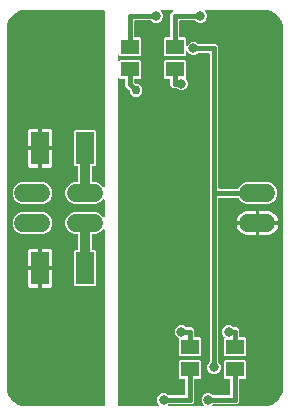
<source format=gbr>
G04 EAGLE Gerber X2 export*
%TF.Part,Single*%
%TF.FileFunction,Copper,L2,Bot,Mixed*%
%TF.FilePolarity,Positive*%
%TF.GenerationSoftware,Autodesk,EAGLE,9.0.0*%
%TF.CreationDate,2018-04-26T05:51:29Z*%
G75*
%MOMM*%
%FSLAX34Y34*%
%LPD*%
%AMOC8*
5,1,8,0,0,1.08239X$1,22.5*%
G01*
%ADD10R,1.500000X1.300000*%
%ADD11R,1.600000X2.800000*%
%ADD12C,1.524000*%
%ADD13C,0.806400*%
%ADD14C,0.450000*%
%ADD15C,0.812800*%
%ADD16C,0.756400*%

G36*
X148189Y19697D02*
X148189Y19697D01*
X148260Y19699D01*
X148309Y19717D01*
X148361Y19725D01*
X148424Y19759D01*
X148491Y19784D01*
X148532Y19816D01*
X148578Y19841D01*
X148628Y19893D01*
X148684Y19937D01*
X148712Y19981D01*
X148748Y20019D01*
X148778Y20084D01*
X148817Y20144D01*
X148829Y20195D01*
X148851Y20242D01*
X148859Y20313D01*
X148877Y20383D01*
X148873Y20435D01*
X148878Y20486D01*
X148863Y20557D01*
X148857Y20628D01*
X148837Y20676D01*
X148826Y20727D01*
X148789Y20788D01*
X148761Y20854D01*
X148716Y20910D01*
X148700Y20938D01*
X148682Y20953D01*
X148656Y20985D01*
X147789Y21852D01*
X146943Y23895D01*
X146943Y26105D01*
X147789Y28148D01*
X149352Y29711D01*
X151395Y30557D01*
X153605Y30557D01*
X155648Y29711D01*
X156361Y28998D01*
X156435Y28945D01*
X156504Y28885D01*
X156534Y28873D01*
X156560Y28854D01*
X156647Y28827D01*
X156732Y28793D01*
X156773Y28789D01*
X156796Y28782D01*
X156828Y28783D01*
X156899Y28775D01*
X170089Y28775D01*
X170109Y28778D01*
X170128Y28776D01*
X170230Y28798D01*
X170332Y28814D01*
X170349Y28824D01*
X170369Y28828D01*
X170458Y28881D01*
X170549Y28930D01*
X170563Y28944D01*
X170580Y28954D01*
X170647Y29033D01*
X170719Y29108D01*
X170727Y29126D01*
X170740Y29141D01*
X170779Y29237D01*
X170822Y29331D01*
X170824Y29351D01*
X170832Y29369D01*
X170850Y29536D01*
X170850Y42039D01*
X170847Y42059D01*
X170849Y42078D01*
X170827Y42180D01*
X170811Y42282D01*
X170801Y42299D01*
X170797Y42319D01*
X170744Y42408D01*
X170695Y42499D01*
X170681Y42513D01*
X170671Y42530D01*
X170592Y42597D01*
X170517Y42669D01*
X170499Y42677D01*
X170484Y42690D01*
X170388Y42729D01*
X170294Y42772D01*
X170274Y42774D01*
X170256Y42782D01*
X170089Y42800D01*
X166493Y42800D01*
X165600Y43693D01*
X165600Y57957D01*
X166493Y58850D01*
X182757Y58850D01*
X183650Y57957D01*
X183650Y43693D01*
X182757Y42800D01*
X179161Y42800D01*
X179141Y42797D01*
X179122Y42799D01*
X179020Y42777D01*
X178918Y42761D01*
X178901Y42751D01*
X178881Y42747D01*
X178792Y42694D01*
X178701Y42645D01*
X178687Y42631D01*
X178670Y42621D01*
X178603Y42542D01*
X178531Y42467D01*
X178523Y42449D01*
X178510Y42434D01*
X178471Y42338D01*
X178428Y42244D01*
X178426Y42224D01*
X178418Y42206D01*
X178400Y42039D01*
X178400Y23436D01*
X176189Y21225D01*
X156899Y21225D01*
X156809Y21211D01*
X156719Y21204D01*
X156689Y21191D01*
X156656Y21186D01*
X156576Y21143D01*
X156492Y21107D01*
X156460Y21081D01*
X156439Y21070D01*
X156424Y21054D01*
X156422Y21053D01*
X156413Y21044D01*
X156361Y21003D01*
X156344Y20986D01*
X156302Y20927D01*
X156252Y20875D01*
X156231Y20828D01*
X156200Y20786D01*
X156179Y20717D01*
X156149Y20652D01*
X156143Y20601D01*
X156128Y20551D01*
X156130Y20479D01*
X156122Y20408D01*
X156133Y20357D01*
X156134Y20305D01*
X156159Y20238D01*
X156174Y20167D01*
X156201Y20123D01*
X156218Y20074D01*
X156263Y20018D01*
X156300Y19956D01*
X156339Y19922D01*
X156372Y19882D01*
X156432Y19843D01*
X156487Y19796D01*
X156535Y19777D01*
X156579Y19749D01*
X156648Y19731D01*
X156715Y19704D01*
X156786Y19696D01*
X156817Y19689D01*
X156841Y19690D01*
X156882Y19686D01*
X185618Y19686D01*
X185689Y19697D01*
X185760Y19699D01*
X185809Y19717D01*
X185861Y19725D01*
X185924Y19759D01*
X185991Y19784D01*
X186032Y19816D01*
X186078Y19841D01*
X186128Y19893D01*
X186184Y19937D01*
X186212Y19981D01*
X186248Y20019D01*
X186278Y20084D01*
X186317Y20144D01*
X186329Y20195D01*
X186351Y20242D01*
X186359Y20313D01*
X186377Y20383D01*
X186373Y20435D01*
X186378Y20486D01*
X186363Y20557D01*
X186357Y20628D01*
X186337Y20676D01*
X186326Y20727D01*
X186289Y20788D01*
X186261Y20854D01*
X186216Y20910D01*
X186200Y20938D01*
X186182Y20953D01*
X186156Y20985D01*
X185289Y21852D01*
X184443Y23895D01*
X184443Y26105D01*
X185289Y28148D01*
X186852Y29711D01*
X188895Y30557D01*
X191105Y30557D01*
X193148Y29711D01*
X193861Y28998D01*
X193935Y28945D01*
X194004Y28885D01*
X194034Y28873D01*
X194060Y28854D01*
X194147Y28827D01*
X194232Y28793D01*
X194273Y28789D01*
X194296Y28782D01*
X194328Y28783D01*
X194399Y28775D01*
X208189Y28775D01*
X208209Y28778D01*
X208228Y28776D01*
X208330Y28798D01*
X208432Y28814D01*
X208449Y28824D01*
X208469Y28828D01*
X208558Y28881D01*
X208649Y28930D01*
X208663Y28944D01*
X208680Y28954D01*
X208747Y29033D01*
X208819Y29108D01*
X208827Y29126D01*
X208840Y29141D01*
X208879Y29237D01*
X208922Y29331D01*
X208924Y29351D01*
X208932Y29369D01*
X208950Y29536D01*
X208950Y42039D01*
X208947Y42059D01*
X208949Y42078D01*
X208927Y42180D01*
X208911Y42282D01*
X208901Y42299D01*
X208897Y42319D01*
X208844Y42408D01*
X208795Y42499D01*
X208781Y42513D01*
X208771Y42530D01*
X208692Y42597D01*
X208617Y42669D01*
X208599Y42677D01*
X208584Y42690D01*
X208488Y42729D01*
X208394Y42772D01*
X208374Y42774D01*
X208356Y42782D01*
X208189Y42800D01*
X204593Y42800D01*
X203700Y43693D01*
X203700Y57957D01*
X204593Y58850D01*
X220857Y58850D01*
X221750Y57957D01*
X221750Y43693D01*
X220857Y42800D01*
X217261Y42800D01*
X217241Y42797D01*
X217222Y42799D01*
X217120Y42777D01*
X217018Y42761D01*
X217001Y42751D01*
X216981Y42747D01*
X216892Y42694D01*
X216801Y42645D01*
X216787Y42631D01*
X216770Y42621D01*
X216703Y42542D01*
X216631Y42467D01*
X216623Y42449D01*
X216610Y42434D01*
X216571Y42338D01*
X216528Y42244D01*
X216526Y42224D01*
X216518Y42206D01*
X216500Y42039D01*
X216500Y23436D01*
X214289Y21225D01*
X194399Y21225D01*
X194309Y21211D01*
X194219Y21204D01*
X194189Y21191D01*
X194156Y21186D01*
X194076Y21143D01*
X193992Y21107D01*
X193960Y21081D01*
X193939Y21070D01*
X193924Y21054D01*
X193922Y21053D01*
X193913Y21044D01*
X193861Y21003D01*
X193844Y20986D01*
X193802Y20927D01*
X193752Y20875D01*
X193731Y20828D01*
X193700Y20786D01*
X193679Y20717D01*
X193649Y20652D01*
X193643Y20601D01*
X193628Y20551D01*
X193630Y20479D01*
X193622Y20408D01*
X193633Y20357D01*
X193634Y20305D01*
X193659Y20238D01*
X193674Y20167D01*
X193701Y20123D01*
X193718Y20074D01*
X193763Y20018D01*
X193800Y19956D01*
X193839Y19922D01*
X193872Y19882D01*
X193932Y19843D01*
X193987Y19796D01*
X194035Y19777D01*
X194079Y19749D01*
X194148Y19731D01*
X194215Y19704D01*
X194286Y19696D01*
X194317Y19689D01*
X194341Y19690D01*
X194382Y19686D01*
X238125Y19686D01*
X238143Y19689D01*
X238175Y19687D01*
X240065Y19811D01*
X240088Y19817D01*
X240212Y19836D01*
X243863Y20814D01*
X243877Y20820D01*
X243892Y20822D01*
X244046Y20890D01*
X247319Y22780D01*
X247331Y22790D01*
X247346Y22796D01*
X247477Y22901D01*
X250149Y25573D01*
X250159Y25586D01*
X250171Y25596D01*
X250270Y25731D01*
X252160Y29004D01*
X252166Y29019D01*
X252175Y29031D01*
X252228Y29167D01*
X252234Y29180D01*
X252234Y29183D01*
X252236Y29187D01*
X253214Y32838D01*
X253217Y32862D01*
X253239Y32985D01*
X253363Y34875D01*
X253361Y34894D01*
X253364Y34925D01*
X253364Y339725D01*
X253361Y339743D01*
X253363Y339775D01*
X253239Y341665D01*
X253233Y341688D01*
X253214Y341812D01*
X252236Y345463D01*
X252230Y345477D01*
X252228Y345492D01*
X252160Y345646D01*
X250270Y348919D01*
X250260Y348931D01*
X250254Y348946D01*
X250198Y349016D01*
X250186Y349037D01*
X250173Y349048D01*
X250149Y349077D01*
X247477Y351749D01*
X247464Y351759D01*
X247454Y351771D01*
X247319Y351870D01*
X244046Y353760D01*
X244031Y353766D01*
X244019Y353775D01*
X243863Y353836D01*
X240212Y354814D01*
X240188Y354817D01*
X240065Y354839D01*
X238175Y354963D01*
X238156Y354961D01*
X238125Y354964D01*
X188232Y354964D01*
X188161Y354953D01*
X188090Y354951D01*
X188041Y354933D01*
X187989Y354925D01*
X187926Y354891D01*
X187858Y354866D01*
X187818Y354834D01*
X187772Y354809D01*
X187723Y354758D01*
X187666Y354713D01*
X187638Y354669D01*
X187602Y354631D01*
X187572Y354566D01*
X187533Y354506D01*
X187521Y354455D01*
X187499Y354408D01*
X187491Y354337D01*
X187473Y354267D01*
X187477Y354215D01*
X187472Y354164D01*
X187487Y354093D01*
X187493Y354022D01*
X187513Y353974D01*
X187524Y353923D01*
X187561Y353862D01*
X187589Y353796D01*
X187634Y353740D01*
X187650Y353712D01*
X187668Y353697D01*
X187694Y353665D01*
X188211Y353148D01*
X189057Y351105D01*
X189057Y348895D01*
X188211Y346852D01*
X186648Y345289D01*
X184605Y344443D01*
X182395Y344443D01*
X180352Y345289D01*
X179639Y346002D01*
X179565Y346055D01*
X179496Y346115D01*
X179466Y346127D01*
X179440Y346146D01*
X179353Y346173D01*
X179268Y346207D01*
X179227Y346211D01*
X179204Y346218D01*
X179172Y346217D01*
X179101Y346225D01*
X166461Y346225D01*
X166441Y346222D01*
X166422Y346224D01*
X166320Y346202D01*
X166218Y346186D01*
X166201Y346176D01*
X166181Y346172D01*
X166092Y346119D01*
X166001Y346070D01*
X165987Y346056D01*
X165970Y346046D01*
X165903Y345967D01*
X165831Y345892D01*
X165823Y345874D01*
X165810Y345859D01*
X165771Y345763D01*
X165728Y345669D01*
X165726Y345649D01*
X165718Y345631D01*
X165700Y345464D01*
X165700Y332611D01*
X165703Y332591D01*
X165701Y332572D01*
X165723Y332470D01*
X165739Y332368D01*
X165749Y332351D01*
X165753Y332331D01*
X165806Y332242D01*
X165855Y332151D01*
X165869Y332137D01*
X165879Y332120D01*
X165958Y332053D01*
X166033Y331981D01*
X166051Y331973D01*
X166066Y331960D01*
X166162Y331921D01*
X166256Y331878D01*
X166276Y331876D01*
X166294Y331868D01*
X166461Y331850D01*
X170057Y331850D01*
X170950Y330957D01*
X170950Y325034D01*
X170965Y324938D01*
X170975Y324841D01*
X170985Y324817D01*
X170989Y324791D01*
X171035Y324705D01*
X171075Y324616D01*
X171092Y324597D01*
X171105Y324574D01*
X171175Y324507D01*
X171241Y324435D01*
X171264Y324422D01*
X171283Y324404D01*
X171371Y324363D01*
X171457Y324316D01*
X171482Y324312D01*
X171506Y324301D01*
X171603Y324290D01*
X171699Y324273D01*
X171725Y324276D01*
X171750Y324274D01*
X171845Y324294D01*
X171942Y324308D01*
X171965Y324320D01*
X171991Y324326D01*
X172075Y324376D01*
X172161Y324420D01*
X172179Y324439D01*
X172202Y324452D01*
X172265Y324526D01*
X172333Y324595D01*
X172349Y324624D01*
X172362Y324639D01*
X172374Y324670D01*
X172414Y324742D01*
X172789Y325648D01*
X174352Y327211D01*
X176395Y328057D01*
X178605Y328057D01*
X180648Y327211D01*
X181361Y326498D01*
X181435Y326445D01*
X181504Y326385D01*
X181534Y326373D01*
X181560Y326354D01*
X181647Y326327D01*
X181732Y326293D01*
X181773Y326289D01*
X181796Y326282D01*
X181828Y326283D01*
X181899Y326275D01*
X196564Y326275D01*
X198775Y324064D01*
X198775Y204561D01*
X198778Y204541D01*
X198776Y204522D01*
X198798Y204420D01*
X198814Y204318D01*
X198824Y204301D01*
X198828Y204281D01*
X198881Y204192D01*
X198930Y204101D01*
X198944Y204087D01*
X198954Y204070D01*
X199033Y204003D01*
X199108Y203931D01*
X199126Y203923D01*
X199141Y203910D01*
X199237Y203871D01*
X199331Y203828D01*
X199351Y203826D01*
X199369Y203818D01*
X199536Y203800D01*
X215312Y203800D01*
X215426Y203819D01*
X215543Y203836D01*
X215548Y203838D01*
X215554Y203839D01*
X215657Y203894D01*
X215762Y203947D01*
X215766Y203952D01*
X215772Y203955D01*
X215852Y204039D01*
X215934Y204123D01*
X215938Y204129D01*
X215941Y204133D01*
X215949Y204150D01*
X216015Y204270D01*
X216402Y205205D01*
X218975Y207778D01*
X222336Y209170D01*
X241214Y209170D01*
X244575Y207778D01*
X247148Y205205D01*
X248540Y201844D01*
X248540Y198206D01*
X247148Y194845D01*
X244575Y192272D01*
X241214Y190880D01*
X222336Y190880D01*
X218975Y192272D01*
X216402Y194845D01*
X216015Y195780D01*
X215953Y195880D01*
X215893Y195980D01*
X215889Y195984D01*
X215885Y195989D01*
X215795Y196064D01*
X215707Y196140D01*
X215701Y196142D01*
X215696Y196146D01*
X215588Y196188D01*
X215478Y196232D01*
X215471Y196233D01*
X215466Y196234D01*
X215448Y196235D01*
X215312Y196250D01*
X199536Y196250D01*
X199516Y196247D01*
X199497Y196249D01*
X199395Y196227D01*
X199293Y196211D01*
X199276Y196201D01*
X199256Y196197D01*
X199167Y196144D01*
X199076Y196095D01*
X199062Y196081D01*
X199045Y196071D01*
X198978Y195992D01*
X198906Y195917D01*
X198898Y195899D01*
X198885Y195884D01*
X198846Y195788D01*
X198803Y195694D01*
X198801Y195674D01*
X198793Y195656D01*
X198775Y195489D01*
X198775Y56899D01*
X198789Y56809D01*
X198797Y56718D01*
X198809Y56688D01*
X198814Y56656D01*
X198857Y56576D01*
X198893Y56492D01*
X198919Y56460D01*
X198930Y56439D01*
X198953Y56417D01*
X198998Y56361D01*
X199711Y55648D01*
X200557Y53605D01*
X200557Y51395D01*
X199711Y49352D01*
X198148Y47789D01*
X196105Y46943D01*
X193895Y46943D01*
X191852Y47789D01*
X190289Y49352D01*
X189443Y51395D01*
X189443Y53605D01*
X190289Y55648D01*
X191002Y56361D01*
X191055Y56435D01*
X191115Y56504D01*
X191127Y56534D01*
X191146Y56560D01*
X191173Y56647D01*
X191207Y56732D01*
X191211Y56773D01*
X191218Y56796D01*
X191217Y56828D01*
X191225Y56899D01*
X191225Y317964D01*
X191222Y317984D01*
X191224Y318003D01*
X191202Y318105D01*
X191186Y318207D01*
X191176Y318224D01*
X191172Y318244D01*
X191119Y318333D01*
X191070Y318424D01*
X191056Y318438D01*
X191046Y318455D01*
X190967Y318522D01*
X190892Y318594D01*
X190874Y318602D01*
X190859Y318615D01*
X190763Y318654D01*
X190669Y318697D01*
X190649Y318699D01*
X190631Y318707D01*
X190464Y318725D01*
X181899Y318725D01*
X181809Y318711D01*
X181718Y318703D01*
X181688Y318691D01*
X181656Y318686D01*
X181576Y318643D01*
X181492Y318607D01*
X181460Y318581D01*
X181439Y318570D01*
X181417Y318547D01*
X181361Y318502D01*
X180648Y317789D01*
X178605Y316943D01*
X176395Y316943D01*
X174352Y317789D01*
X172789Y319352D01*
X172414Y320258D01*
X172363Y320341D01*
X172317Y320426D01*
X172298Y320444D01*
X172285Y320467D01*
X172210Y320529D01*
X172139Y320596D01*
X172115Y320607D01*
X172095Y320623D01*
X172004Y320658D01*
X171916Y320699D01*
X171890Y320702D01*
X171866Y320712D01*
X171768Y320716D01*
X171672Y320726D01*
X171646Y320721D01*
X171620Y320722D01*
X171526Y320695D01*
X171431Y320674D01*
X171409Y320661D01*
X171384Y320654D01*
X171304Y320598D01*
X171220Y320548D01*
X171203Y320528D01*
X171182Y320513D01*
X171123Y320435D01*
X171060Y320361D01*
X171050Y320337D01*
X171035Y320316D01*
X171005Y320223D01*
X170968Y320133D01*
X170965Y320101D01*
X170959Y320082D01*
X170959Y320049D01*
X170950Y319966D01*
X170950Y316693D01*
X170057Y315800D01*
X153793Y315800D01*
X152900Y316693D01*
X152900Y330957D01*
X153793Y331850D01*
X157389Y331850D01*
X157409Y331853D01*
X157428Y331851D01*
X157530Y331873D01*
X157632Y331889D01*
X157649Y331899D01*
X157669Y331903D01*
X157758Y331956D01*
X157849Y332005D01*
X157863Y332019D01*
X157880Y332029D01*
X157947Y332108D01*
X158019Y332183D01*
X158027Y332201D01*
X158040Y332216D01*
X158079Y332312D01*
X158122Y332406D01*
X158124Y332426D01*
X158132Y332444D01*
X158150Y332611D01*
X158150Y351564D01*
X160251Y353665D01*
X160293Y353723D01*
X160343Y353775D01*
X160365Y353822D01*
X160395Y353864D01*
X160416Y353933D01*
X160446Y353998D01*
X160452Y354050D01*
X160467Y354100D01*
X160465Y354171D01*
X160473Y354242D01*
X160462Y354293D01*
X160461Y354345D01*
X160436Y354413D01*
X160421Y354483D01*
X160394Y354528D01*
X160377Y354576D01*
X160332Y354632D01*
X160295Y354694D01*
X160255Y354728D01*
X160223Y354768D01*
X160163Y354807D01*
X160108Y354854D01*
X160060Y354873D01*
X160016Y354901D01*
X159946Y354919D01*
X159880Y354946D01*
X159809Y354954D01*
X159777Y354962D01*
X159754Y354960D01*
X159713Y354964D01*
X150732Y354964D01*
X150661Y354953D01*
X150590Y354951D01*
X150541Y354933D01*
X150489Y354925D01*
X150426Y354891D01*
X150358Y354866D01*
X150318Y354834D01*
X150272Y354809D01*
X150223Y354758D01*
X150166Y354713D01*
X150138Y354669D01*
X150102Y354631D01*
X150072Y354566D01*
X150033Y354506D01*
X150021Y354455D01*
X149999Y354408D01*
X149991Y354337D01*
X149973Y354267D01*
X149977Y354215D01*
X149972Y354164D01*
X149987Y354093D01*
X149993Y354022D01*
X150013Y353974D01*
X150024Y353923D01*
X150061Y353862D01*
X150089Y353796D01*
X150134Y353740D01*
X150150Y353712D01*
X150168Y353697D01*
X150194Y353665D01*
X150711Y353148D01*
X151557Y351105D01*
X151557Y348895D01*
X150711Y346852D01*
X149148Y345289D01*
X147105Y344443D01*
X144895Y344443D01*
X142852Y345289D01*
X142139Y346002D01*
X142065Y346055D01*
X141996Y346115D01*
X141966Y346127D01*
X141940Y346146D01*
X141853Y346173D01*
X141768Y346207D01*
X141727Y346211D01*
X141704Y346218D01*
X141672Y346217D01*
X141601Y346225D01*
X128361Y346225D01*
X128341Y346222D01*
X128322Y346224D01*
X128220Y346202D01*
X128118Y346186D01*
X128101Y346176D01*
X128081Y346172D01*
X127992Y346119D01*
X127901Y346070D01*
X127887Y346056D01*
X127870Y346046D01*
X127803Y345967D01*
X127731Y345892D01*
X127723Y345874D01*
X127710Y345859D01*
X127671Y345763D01*
X127628Y345669D01*
X127626Y345649D01*
X127618Y345631D01*
X127600Y345464D01*
X127600Y332611D01*
X127603Y332591D01*
X127601Y332572D01*
X127623Y332470D01*
X127639Y332368D01*
X127649Y332351D01*
X127653Y332331D01*
X127706Y332242D01*
X127755Y332151D01*
X127769Y332137D01*
X127779Y332120D01*
X127858Y332053D01*
X127933Y331981D01*
X127951Y331973D01*
X127966Y331960D01*
X128062Y331921D01*
X128156Y331878D01*
X128176Y331876D01*
X128194Y331868D01*
X128361Y331850D01*
X131957Y331850D01*
X132850Y330957D01*
X132850Y316693D01*
X131957Y315800D01*
X115693Y315800D01*
X114838Y316655D01*
X114780Y316697D01*
X114728Y316747D01*
X114681Y316769D01*
X114639Y316799D01*
X114570Y316820D01*
X114505Y316850D01*
X114453Y316856D01*
X114403Y316871D01*
X114332Y316869D01*
X114261Y316877D01*
X114210Y316866D01*
X114158Y316865D01*
X114090Y316840D01*
X114020Y316825D01*
X113976Y316798D01*
X113927Y316781D01*
X113871Y316736D01*
X113809Y316699D01*
X113775Y316659D01*
X113735Y316627D01*
X113696Y316567D01*
X113649Y316512D01*
X113630Y316464D01*
X113602Y316420D01*
X113584Y316350D01*
X113557Y316284D01*
X113549Y316213D01*
X113541Y316181D01*
X113543Y316158D01*
X113539Y316117D01*
X113539Y312533D01*
X113550Y312462D01*
X113552Y312390D01*
X113570Y312341D01*
X113579Y312290D01*
X113612Y312227D01*
X113637Y312159D01*
X113669Y312119D01*
X113694Y312073D01*
X113746Y312023D01*
X113790Y311967D01*
X113834Y311939D01*
X113872Y311903D01*
X113937Y311873D01*
X113997Y311834D01*
X114048Y311822D01*
X114095Y311800D01*
X114166Y311792D01*
X114236Y311774D01*
X114288Y311778D01*
X114339Y311773D01*
X114410Y311788D01*
X114481Y311793D01*
X114529Y311814D01*
X114580Y311825D01*
X114641Y311862D01*
X114707Y311890D01*
X114763Y311935D01*
X114791Y311951D01*
X114806Y311969D01*
X114838Y311995D01*
X115693Y312850D01*
X131957Y312850D01*
X132850Y311957D01*
X132850Y297693D01*
X131957Y296800D01*
X128361Y296800D01*
X128341Y296797D01*
X128322Y296799D01*
X128220Y296777D01*
X128118Y296761D01*
X128101Y296751D01*
X128081Y296747D01*
X127992Y296694D01*
X127901Y296645D01*
X127887Y296631D01*
X127870Y296621D01*
X127803Y296542D01*
X127731Y296467D01*
X127723Y296449D01*
X127710Y296434D01*
X127671Y296338D01*
X127628Y296244D01*
X127626Y296224D01*
X127618Y296206D01*
X127600Y296039D01*
X127600Y294054D01*
X127614Y293964D01*
X127622Y293873D01*
X127634Y293843D01*
X127639Y293811D01*
X127682Y293730D01*
X127718Y293647D01*
X127744Y293614D01*
X127755Y293594D01*
X127778Y293572D01*
X127823Y293516D01*
X128809Y292530D01*
X128883Y292477D01*
X128952Y292417D01*
X128982Y292405D01*
X129008Y292386D01*
X129095Y292359D01*
X129180Y292325D01*
X129221Y292321D01*
X129243Y292314D01*
X129276Y292315D01*
X129347Y292307D01*
X131198Y292307D01*
X134307Y289198D01*
X134307Y284802D01*
X131198Y281693D01*
X126802Y281693D01*
X123693Y284802D01*
X123693Y286653D01*
X123679Y286743D01*
X123671Y286834D01*
X123659Y286864D01*
X123654Y286896D01*
X123611Y286977D01*
X123575Y287060D01*
X123549Y287093D01*
X123538Y287113D01*
X123515Y287135D01*
X123470Y287191D01*
X120050Y290611D01*
X120050Y296039D01*
X120048Y296051D01*
X120049Y296059D01*
X120048Y296066D01*
X120049Y296078D01*
X120027Y296180D01*
X120011Y296282D01*
X120001Y296299D01*
X119997Y296319D01*
X119944Y296408D01*
X119895Y296499D01*
X119881Y296513D01*
X119871Y296530D01*
X119792Y296597D01*
X119717Y296669D01*
X119699Y296677D01*
X119684Y296690D01*
X119588Y296729D01*
X119494Y296772D01*
X119474Y296774D01*
X119456Y296782D01*
X119289Y296800D01*
X115693Y296800D01*
X114838Y297655D01*
X114780Y297697D01*
X114728Y297747D01*
X114681Y297769D01*
X114639Y297799D01*
X114570Y297820D01*
X114505Y297850D01*
X114453Y297856D01*
X114403Y297871D01*
X114332Y297869D01*
X114261Y297877D01*
X114210Y297866D01*
X114158Y297865D01*
X114090Y297840D01*
X114020Y297825D01*
X113976Y297798D01*
X113927Y297781D01*
X113871Y297736D01*
X113809Y297699D01*
X113775Y297659D01*
X113735Y297627D01*
X113696Y297567D01*
X113649Y297512D01*
X113630Y297464D01*
X113602Y297420D01*
X113584Y297350D01*
X113557Y297284D01*
X113549Y297213D01*
X113541Y297181D01*
X113543Y297158D01*
X113539Y297117D01*
X113539Y20447D01*
X113542Y20427D01*
X113540Y20408D01*
X113562Y20306D01*
X113579Y20204D01*
X113588Y20187D01*
X113592Y20167D01*
X113645Y20078D01*
X113694Y19987D01*
X113708Y19973D01*
X113718Y19956D01*
X113797Y19889D01*
X113872Y19817D01*
X113890Y19809D01*
X113905Y19796D01*
X114001Y19757D01*
X114095Y19714D01*
X114115Y19712D01*
X114133Y19704D01*
X114300Y19686D01*
X148118Y19686D01*
X148189Y19697D01*
G37*
G36*
X101620Y19689D02*
X101620Y19689D01*
X101639Y19687D01*
X101741Y19709D01*
X101843Y19725D01*
X101860Y19735D01*
X101880Y19739D01*
X101969Y19792D01*
X102060Y19841D01*
X102074Y19855D01*
X102091Y19865D01*
X102158Y19944D01*
X102230Y20019D01*
X102238Y20037D01*
X102251Y20052D01*
X102290Y20148D01*
X102333Y20242D01*
X102335Y20262D01*
X102343Y20280D01*
X102361Y20447D01*
X102361Y168871D01*
X102350Y168942D01*
X102348Y169013D01*
X102330Y169062D01*
X102322Y169114D01*
X102288Y169177D01*
X102263Y169244D01*
X102231Y169285D01*
X102206Y169331D01*
X102155Y169380D01*
X102110Y169436D01*
X102066Y169464D01*
X102028Y169500D01*
X101963Y169531D01*
X101903Y169569D01*
X101852Y169582D01*
X101805Y169604D01*
X101734Y169612D01*
X101664Y169629D01*
X101612Y169625D01*
X101561Y169631D01*
X101490Y169616D01*
X101419Y169610D01*
X101371Y169590D01*
X101320Y169579D01*
X101259Y169542D01*
X101193Y169514D01*
X101137Y169469D01*
X101109Y169453D01*
X101094Y169435D01*
X101062Y169409D01*
X98525Y166872D01*
X95164Y165480D01*
X92075Y165480D01*
X92055Y165477D01*
X92036Y165479D01*
X91934Y165457D01*
X91832Y165441D01*
X91815Y165431D01*
X91795Y165427D01*
X91706Y165374D01*
X91615Y165325D01*
X91601Y165311D01*
X91584Y165301D01*
X91517Y165222D01*
X91445Y165147D01*
X91437Y165129D01*
X91424Y165114D01*
X91385Y165018D01*
X91342Y164924D01*
X91340Y164904D01*
X91332Y164886D01*
X91314Y164719D01*
X91314Y152811D01*
X91317Y152791D01*
X91315Y152772D01*
X91337Y152670D01*
X91353Y152568D01*
X91363Y152551D01*
X91367Y152531D01*
X91420Y152442D01*
X91469Y152351D01*
X91483Y152337D01*
X91493Y152320D01*
X91572Y152253D01*
X91647Y152181D01*
X91665Y152173D01*
X91680Y152160D01*
X91776Y152121D01*
X91870Y152078D01*
X91890Y152076D01*
X91908Y152068D01*
X92075Y152050D01*
X94307Y152050D01*
X95200Y151157D01*
X95200Y121893D01*
X94307Y121000D01*
X77043Y121000D01*
X76150Y121893D01*
X76150Y151157D01*
X77043Y152050D01*
X79375Y152050D01*
X79395Y152053D01*
X79414Y152051D01*
X79516Y152073D01*
X79618Y152089D01*
X79635Y152099D01*
X79655Y152103D01*
X79744Y152156D01*
X79835Y152205D01*
X79849Y152219D01*
X79866Y152229D01*
X79933Y152308D01*
X80005Y152383D01*
X80013Y152401D01*
X80026Y152416D01*
X80065Y152512D01*
X80108Y152606D01*
X80110Y152626D01*
X80118Y152644D01*
X80136Y152811D01*
X80136Y164719D01*
X80133Y164739D01*
X80135Y164758D01*
X80113Y164860D01*
X80097Y164962D01*
X80087Y164979D01*
X80083Y164999D01*
X80030Y165088D01*
X79981Y165179D01*
X79967Y165193D01*
X79957Y165210D01*
X79878Y165277D01*
X79803Y165349D01*
X79785Y165357D01*
X79770Y165370D01*
X79674Y165409D01*
X79580Y165452D01*
X79560Y165454D01*
X79542Y165462D01*
X79375Y165480D01*
X76286Y165480D01*
X72925Y166872D01*
X70352Y169445D01*
X68960Y172806D01*
X68960Y176444D01*
X70352Y179805D01*
X72925Y182378D01*
X76286Y183770D01*
X95164Y183770D01*
X98525Y182378D01*
X101062Y179841D01*
X101120Y179799D01*
X101172Y179750D01*
X101219Y179728D01*
X101261Y179697D01*
X101330Y179676D01*
X101395Y179646D01*
X101447Y179640D01*
X101497Y179625D01*
X101568Y179627D01*
X101639Y179619D01*
X101690Y179630D01*
X101742Y179631D01*
X101810Y179656D01*
X101880Y179671D01*
X101924Y179698D01*
X101973Y179716D01*
X102029Y179761D01*
X102091Y179797D01*
X102125Y179837D01*
X102165Y179870D01*
X102204Y179930D01*
X102251Y179984D01*
X102270Y180033D01*
X102298Y180076D01*
X102316Y180146D01*
X102343Y180212D01*
X102351Y180284D01*
X102359Y180315D01*
X102357Y180338D01*
X102361Y180379D01*
X102361Y194271D01*
X102350Y194342D01*
X102348Y194413D01*
X102330Y194462D01*
X102322Y194514D01*
X102288Y194577D01*
X102263Y194644D01*
X102231Y194685D01*
X102206Y194731D01*
X102155Y194780D01*
X102110Y194836D01*
X102066Y194864D01*
X102028Y194900D01*
X101963Y194931D01*
X101903Y194969D01*
X101852Y194982D01*
X101805Y195004D01*
X101734Y195012D01*
X101664Y195029D01*
X101612Y195025D01*
X101561Y195031D01*
X101490Y195016D01*
X101419Y195010D01*
X101371Y194990D01*
X101320Y194979D01*
X101259Y194942D01*
X101193Y194914D01*
X101137Y194869D01*
X101109Y194853D01*
X101094Y194835D01*
X101062Y194809D01*
X98525Y192272D01*
X95164Y190880D01*
X76286Y190880D01*
X72925Y192272D01*
X70352Y194845D01*
X68960Y198206D01*
X68960Y201844D01*
X70352Y205205D01*
X72925Y207778D01*
X76286Y209170D01*
X79375Y209170D01*
X79395Y209173D01*
X79414Y209171D01*
X79516Y209193D01*
X79618Y209209D01*
X79635Y209219D01*
X79655Y209223D01*
X79744Y209276D01*
X79835Y209325D01*
X79849Y209339D01*
X79866Y209349D01*
X79933Y209428D01*
X80005Y209503D01*
X80013Y209521D01*
X80026Y209536D01*
X80065Y209632D01*
X80108Y209726D01*
X80110Y209746D01*
X80118Y209764D01*
X80136Y209931D01*
X80136Y221839D01*
X80133Y221859D01*
X80135Y221878D01*
X80113Y221980D01*
X80097Y222082D01*
X80087Y222099D01*
X80083Y222119D01*
X80030Y222208D01*
X79981Y222299D01*
X79967Y222313D01*
X79957Y222330D01*
X79878Y222397D01*
X79803Y222469D01*
X79785Y222477D01*
X79770Y222490D01*
X79674Y222529D01*
X79580Y222572D01*
X79560Y222574D01*
X79542Y222582D01*
X79375Y222600D01*
X77043Y222600D01*
X76150Y223493D01*
X76150Y252757D01*
X77043Y253650D01*
X94307Y253650D01*
X95200Y252757D01*
X95200Y223493D01*
X94307Y222600D01*
X92075Y222600D01*
X92055Y222597D01*
X92036Y222599D01*
X91934Y222577D01*
X91832Y222561D01*
X91815Y222551D01*
X91795Y222547D01*
X91706Y222494D01*
X91615Y222445D01*
X91601Y222431D01*
X91584Y222421D01*
X91517Y222342D01*
X91445Y222267D01*
X91437Y222249D01*
X91424Y222234D01*
X91385Y222138D01*
X91342Y222044D01*
X91340Y222024D01*
X91332Y222006D01*
X91314Y221839D01*
X91314Y209931D01*
X91317Y209911D01*
X91315Y209892D01*
X91337Y209790D01*
X91353Y209688D01*
X91363Y209671D01*
X91367Y209651D01*
X91420Y209562D01*
X91469Y209471D01*
X91483Y209457D01*
X91493Y209440D01*
X91572Y209373D01*
X91647Y209301D01*
X91665Y209293D01*
X91680Y209280D01*
X91776Y209241D01*
X91870Y209198D01*
X91890Y209196D01*
X91908Y209188D01*
X92075Y209170D01*
X95164Y209170D01*
X98525Y207778D01*
X101062Y205241D01*
X101120Y205199D01*
X101172Y205150D01*
X101219Y205128D01*
X101261Y205097D01*
X101330Y205076D01*
X101395Y205046D01*
X101447Y205040D01*
X101497Y205025D01*
X101568Y205027D01*
X101639Y205019D01*
X101690Y205030D01*
X101742Y205031D01*
X101810Y205056D01*
X101880Y205071D01*
X101924Y205098D01*
X101973Y205116D01*
X102029Y205161D01*
X102091Y205197D01*
X102125Y205237D01*
X102165Y205270D01*
X102204Y205330D01*
X102251Y205384D01*
X102270Y205433D01*
X102298Y205476D01*
X102316Y205546D01*
X102343Y205612D01*
X102351Y205684D01*
X102359Y205715D01*
X102357Y205738D01*
X102361Y205779D01*
X102361Y354203D01*
X102358Y354223D01*
X102360Y354242D01*
X102338Y354344D01*
X102322Y354446D01*
X102312Y354463D01*
X102308Y354483D01*
X102255Y354572D01*
X102206Y354663D01*
X102192Y354677D01*
X102182Y354694D01*
X102103Y354761D01*
X102028Y354833D01*
X102010Y354841D01*
X101995Y354854D01*
X101899Y354893D01*
X101805Y354936D01*
X101785Y354938D01*
X101767Y354946D01*
X101600Y354964D01*
X34925Y354964D01*
X34907Y354961D01*
X34875Y354963D01*
X32985Y354839D01*
X32962Y354833D01*
X32838Y354814D01*
X29187Y353836D01*
X29173Y353830D01*
X29158Y353828D01*
X29004Y353760D01*
X25731Y351870D01*
X25719Y351860D01*
X25704Y351854D01*
X25573Y351749D01*
X22901Y349077D01*
X22891Y349064D01*
X22879Y349054D01*
X22831Y348989D01*
X22816Y348974D01*
X22811Y348962D01*
X22780Y348919D01*
X20890Y345646D01*
X20884Y345631D01*
X20875Y345619D01*
X20814Y345463D01*
X19836Y341812D01*
X19833Y341788D01*
X19811Y341665D01*
X19687Y339775D01*
X19689Y339756D01*
X19686Y339725D01*
X19686Y34925D01*
X19689Y34907D01*
X19687Y34875D01*
X19811Y32985D01*
X19817Y32962D01*
X19836Y32838D01*
X20814Y29187D01*
X20820Y29173D01*
X20822Y29158D01*
X20890Y29004D01*
X22780Y25731D01*
X22790Y25719D01*
X22796Y25704D01*
X22901Y25573D01*
X25573Y22901D01*
X25586Y22891D01*
X25596Y22879D01*
X25731Y22780D01*
X29004Y20890D01*
X29019Y20884D01*
X29031Y20875D01*
X29187Y20814D01*
X32838Y19836D01*
X32862Y19833D01*
X32985Y19811D01*
X34875Y19687D01*
X34894Y19689D01*
X34925Y19686D01*
X101600Y19686D01*
X101620Y19689D01*
G37*
%LPC*%
G36*
X31836Y190880D02*
X31836Y190880D01*
X28475Y192272D01*
X25902Y194845D01*
X24510Y198206D01*
X24510Y201844D01*
X25902Y205205D01*
X28475Y207778D01*
X31836Y209170D01*
X50714Y209170D01*
X54075Y207778D01*
X56648Y205205D01*
X58040Y201844D01*
X58040Y198206D01*
X56648Y194845D01*
X54075Y192272D01*
X50714Y190880D01*
X31836Y190880D01*
G37*
%LPD*%
%LPC*%
G36*
X31836Y165480D02*
X31836Y165480D01*
X28475Y166872D01*
X25902Y169445D01*
X24510Y172806D01*
X24510Y176444D01*
X25902Y179805D01*
X28475Y182378D01*
X31836Y183770D01*
X50714Y183770D01*
X54075Y182378D01*
X56648Y179805D01*
X58040Y176444D01*
X58040Y172806D01*
X56648Y169445D01*
X54075Y166872D01*
X50714Y165480D01*
X31836Y165480D01*
G37*
%LPD*%
%LPC*%
G36*
X166493Y61800D02*
X166493Y61800D01*
X165600Y62693D01*
X165600Y76764D01*
X165581Y76878D01*
X165564Y76995D01*
X165562Y77000D01*
X165561Y77006D01*
X165506Y77109D01*
X165453Y77214D01*
X165448Y77218D01*
X165445Y77224D01*
X165361Y77304D01*
X165277Y77386D01*
X165271Y77390D01*
X165267Y77393D01*
X165250Y77401D01*
X165130Y77467D01*
X164352Y77789D01*
X162789Y79352D01*
X161943Y81395D01*
X161943Y83605D01*
X162789Y85648D01*
X164352Y87211D01*
X166395Y88057D01*
X168605Y88057D01*
X170648Y87211D01*
X171361Y86498D01*
X171435Y86445D01*
X171504Y86385D01*
X171534Y86373D01*
X171560Y86354D01*
X171647Y86327D01*
X171732Y86293D01*
X171773Y86289D01*
X171796Y86282D01*
X171828Y86283D01*
X171899Y86275D01*
X176189Y86275D01*
X178400Y84064D01*
X178400Y78611D01*
X178403Y78591D01*
X178401Y78572D01*
X178423Y78470D01*
X178439Y78368D01*
X178449Y78351D01*
X178453Y78331D01*
X178506Y78242D01*
X178555Y78151D01*
X178569Y78137D01*
X178579Y78120D01*
X178658Y78053D01*
X178733Y77981D01*
X178751Y77973D01*
X178766Y77960D01*
X178862Y77921D01*
X178956Y77878D01*
X178976Y77876D01*
X178994Y77868D01*
X179161Y77850D01*
X182757Y77850D01*
X183650Y76957D01*
X183650Y62693D01*
X182757Y61800D01*
X166493Y61800D01*
G37*
%LPD*%
%LPC*%
G36*
X204593Y61800D02*
X204593Y61800D01*
X203700Y62693D01*
X203700Y76957D01*
X203904Y77161D01*
X203916Y77177D01*
X203932Y77189D01*
X203988Y77277D01*
X204048Y77360D01*
X204054Y77379D01*
X204065Y77396D01*
X204090Y77497D01*
X204120Y77595D01*
X204120Y77615D01*
X204125Y77635D01*
X204117Y77738D01*
X204114Y77841D01*
X204107Y77860D01*
X204105Y77880D01*
X204065Y77975D01*
X204029Y78072D01*
X204017Y78088D01*
X204009Y78106D01*
X203904Y78237D01*
X202789Y79352D01*
X201943Y81395D01*
X201943Y83605D01*
X202789Y85648D01*
X204352Y87211D01*
X206395Y88057D01*
X208605Y88057D01*
X210648Y87211D01*
X211361Y86498D01*
X211435Y86445D01*
X211504Y86385D01*
X211534Y86373D01*
X211560Y86354D01*
X211647Y86327D01*
X211732Y86293D01*
X211773Y86289D01*
X211796Y86282D01*
X211828Y86283D01*
X211899Y86275D01*
X214289Y86275D01*
X216500Y84064D01*
X216500Y78611D01*
X216503Y78591D01*
X216501Y78572D01*
X216523Y78470D01*
X216539Y78368D01*
X216549Y78351D01*
X216553Y78331D01*
X216606Y78242D01*
X216655Y78151D01*
X216669Y78137D01*
X216679Y78120D01*
X216758Y78053D01*
X216833Y77981D01*
X216851Y77973D01*
X216866Y77960D01*
X216962Y77921D01*
X217056Y77878D01*
X217076Y77876D01*
X217094Y77868D01*
X217261Y77850D01*
X220857Y77850D01*
X221750Y76957D01*
X221750Y62693D01*
X220857Y61800D01*
X204593Y61800D01*
G37*
%LPD*%
%LPC*%
G36*
X166395Y286943D02*
X166395Y286943D01*
X164352Y287789D01*
X163639Y288502D01*
X163565Y288555D01*
X163496Y288615D01*
X163466Y288627D01*
X163440Y288646D01*
X163353Y288673D01*
X163268Y288707D01*
X163227Y288711D01*
X163204Y288718D01*
X163172Y288717D01*
X163101Y288725D01*
X160361Y288725D01*
X158150Y290936D01*
X158150Y296039D01*
X158148Y296051D01*
X158149Y296059D01*
X158148Y296066D01*
X158149Y296078D01*
X158127Y296180D01*
X158111Y296282D01*
X158101Y296299D01*
X158097Y296319D01*
X158044Y296408D01*
X157995Y296499D01*
X157981Y296513D01*
X157971Y296530D01*
X157892Y296597D01*
X157817Y296669D01*
X157799Y296677D01*
X157784Y296690D01*
X157688Y296729D01*
X157594Y296772D01*
X157574Y296774D01*
X157556Y296782D01*
X157389Y296800D01*
X153793Y296800D01*
X152900Y297693D01*
X152900Y311957D01*
X153793Y312850D01*
X170057Y312850D01*
X170950Y311957D01*
X170950Y297632D01*
X170946Y297621D01*
X170935Y297604D01*
X170910Y297503D01*
X170880Y297405D01*
X170880Y297385D01*
X170875Y297365D01*
X170883Y297262D01*
X170886Y297159D01*
X170893Y297140D01*
X170895Y297120D01*
X170935Y297025D01*
X170970Y296928D01*
X170983Y296912D01*
X170991Y296894D01*
X171096Y296763D01*
X172211Y295648D01*
X173057Y293605D01*
X173057Y291395D01*
X172211Y289352D01*
X170648Y287789D01*
X168605Y286943D01*
X166395Y286943D01*
G37*
%LPD*%
%LPC*%
G36*
X49198Y239648D02*
X49198Y239648D01*
X49198Y254666D01*
X56009Y254666D01*
X56656Y254493D01*
X57235Y254158D01*
X57708Y253685D01*
X58043Y253106D01*
X58216Y252459D01*
X58216Y239648D01*
X49198Y239648D01*
G37*
%LPD*%
%LPC*%
G36*
X49198Y138048D02*
X49198Y138048D01*
X49198Y153066D01*
X56009Y153066D01*
X56656Y152893D01*
X57235Y152558D01*
X57708Y152085D01*
X58043Y151506D01*
X58216Y150859D01*
X58216Y138048D01*
X49198Y138048D01*
G37*
%LPD*%
%LPC*%
G36*
X49198Y221584D02*
X49198Y221584D01*
X49198Y236602D01*
X58216Y236602D01*
X58216Y223791D01*
X58043Y223144D01*
X57708Y222565D01*
X57235Y222092D01*
X56656Y221757D01*
X56009Y221584D01*
X49198Y221584D01*
G37*
%LPD*%
%LPC*%
G36*
X49198Y119984D02*
X49198Y119984D01*
X49198Y135002D01*
X58216Y135002D01*
X58216Y122191D01*
X58043Y121544D01*
X57708Y120965D01*
X57235Y120492D01*
X56656Y120157D01*
X56009Y119984D01*
X49198Y119984D01*
G37*
%LPD*%
%LPC*%
G36*
X37134Y239648D02*
X37134Y239648D01*
X37134Y252459D01*
X37307Y253106D01*
X37642Y253685D01*
X38115Y254158D01*
X38694Y254493D01*
X39341Y254666D01*
X46152Y254666D01*
X46152Y239648D01*
X37134Y239648D01*
G37*
%LPD*%
%LPC*%
G36*
X37134Y138048D02*
X37134Y138048D01*
X37134Y150859D01*
X37307Y151506D01*
X37642Y152085D01*
X38115Y152558D01*
X38694Y152893D01*
X39341Y153066D01*
X46152Y153066D01*
X46152Y138048D01*
X37134Y138048D01*
G37*
%LPD*%
%LPC*%
G36*
X39341Y221584D02*
X39341Y221584D01*
X38694Y221757D01*
X38115Y222092D01*
X37642Y222565D01*
X37307Y223144D01*
X37134Y223791D01*
X37134Y236602D01*
X46152Y236602D01*
X46152Y221584D01*
X39341Y221584D01*
G37*
%LPD*%
%LPC*%
G36*
X39341Y119984D02*
X39341Y119984D01*
X38694Y120157D01*
X38115Y120492D01*
X37642Y120965D01*
X37307Y121544D01*
X37134Y122191D01*
X37134Y135002D01*
X46152Y135002D01*
X46152Y119984D01*
X39341Y119984D01*
G37*
%LPD*%
%LPC*%
G36*
X233298Y176148D02*
X233298Y176148D01*
X233298Y184786D01*
X240195Y184786D01*
X241774Y184536D01*
X243295Y184041D01*
X244720Y183315D01*
X246014Y182375D01*
X247145Y181244D01*
X248085Y179950D01*
X248811Y178525D01*
X249306Y177004D01*
X249441Y176148D01*
X233298Y176148D01*
G37*
%LPD*%
%LPC*%
G36*
X214109Y176148D02*
X214109Y176148D01*
X214244Y177004D01*
X214739Y178525D01*
X215465Y179950D01*
X216405Y181244D01*
X217536Y182375D01*
X218830Y183315D01*
X220255Y184041D01*
X221776Y184536D01*
X223355Y184786D01*
X230252Y184786D01*
X230252Y176148D01*
X214109Y176148D01*
G37*
%LPD*%
%LPC*%
G36*
X233298Y164464D02*
X233298Y164464D01*
X233298Y173102D01*
X249441Y173102D01*
X249306Y172246D01*
X248811Y170725D01*
X248085Y169300D01*
X247145Y168006D01*
X246014Y166875D01*
X244720Y165935D01*
X243295Y165209D01*
X241774Y164714D01*
X240195Y164464D01*
X233298Y164464D01*
G37*
%LPD*%
%LPC*%
G36*
X223355Y164464D02*
X223355Y164464D01*
X221776Y164714D01*
X220255Y165209D01*
X218830Y165935D01*
X217536Y166875D01*
X216405Y168006D01*
X215465Y169300D01*
X214739Y170725D01*
X214244Y172246D01*
X214109Y173102D01*
X230252Y173102D01*
X230252Y164464D01*
X223355Y164464D01*
G37*
%LPD*%
%LPC*%
G36*
X231774Y174624D02*
X231774Y174624D01*
X231774Y174626D01*
X231776Y174626D01*
X231776Y174624D01*
X231774Y174624D01*
G37*
%LPD*%
%LPC*%
G36*
X47674Y238124D02*
X47674Y238124D01*
X47674Y238126D01*
X47676Y238126D01*
X47676Y238124D01*
X47674Y238124D01*
G37*
%LPD*%
%LPC*%
G36*
X47674Y136524D02*
X47674Y136524D01*
X47674Y136526D01*
X47676Y136526D01*
X47676Y136524D01*
X47674Y136524D01*
G37*
%LPD*%
D10*
X174625Y69825D03*
X174625Y50825D03*
X212725Y69825D03*
X212725Y50825D03*
X161925Y304825D03*
X161925Y323825D03*
X123825Y304825D03*
X123825Y323825D03*
D11*
X47675Y238125D03*
X85675Y238125D03*
X47675Y136525D03*
X85675Y136525D03*
D12*
X224155Y174625D02*
X239395Y174625D01*
X239395Y200025D02*
X224155Y200025D01*
X93345Y174625D02*
X78105Y174625D01*
X78105Y200025D02*
X93345Y200025D01*
X48895Y174625D02*
X33655Y174625D01*
X33655Y200025D02*
X48895Y200025D01*
D13*
X244475Y327025D03*
X130175Y98425D03*
X130175Y47625D03*
X130175Y225425D03*
X130175Y276225D03*
X244475Y276225D03*
X244475Y98425D03*
X244475Y225425D03*
X244475Y149225D03*
X244475Y47625D03*
X130175Y149225D03*
X130175Y187325D03*
X141475Y321025D03*
X177500Y322500D03*
X195000Y52500D03*
D14*
X195000Y200025D02*
X231775Y200025D01*
X195000Y200025D02*
X195000Y52500D01*
X195000Y322500D02*
X177500Y322500D01*
X195000Y322500D02*
X195000Y200025D01*
D15*
X85725Y200025D02*
X85725Y238075D01*
X85675Y238125D01*
X85725Y174625D02*
X85725Y136575D01*
X85675Y136525D01*
D13*
X79375Y327025D03*
X28575Y327025D03*
X28575Y276225D03*
X79375Y98425D03*
X79375Y276225D03*
X28575Y98425D03*
X79375Y47625D03*
X28575Y47625D03*
X28575Y225425D03*
X28575Y149225D03*
X152500Y25000D03*
D14*
X174625Y25000D01*
X174625Y50825D01*
D13*
X167500Y82500D03*
D14*
X174625Y82500D02*
X174625Y69825D01*
X174625Y82500D02*
X167500Y82500D01*
D13*
X190000Y25000D03*
D14*
X212725Y25000D01*
X212725Y50825D01*
D13*
X207500Y82500D03*
D14*
X212725Y82500D02*
X212725Y69825D01*
X212725Y82500D02*
X207500Y82500D01*
D13*
X183500Y350000D03*
D14*
X161925Y350000D02*
X161925Y323825D01*
X161925Y350000D02*
X183500Y350000D01*
D13*
X167500Y292500D03*
D14*
X161925Y292500D02*
X161925Y304825D01*
X161925Y292500D02*
X167500Y292500D01*
D13*
X146000Y350000D03*
D14*
X123825Y350000D02*
X123825Y323825D01*
X123825Y350000D02*
X146000Y350000D01*
X123825Y304825D02*
X123825Y292175D01*
X129000Y287000D01*
D16*
X129000Y287000D03*
M02*

</source>
